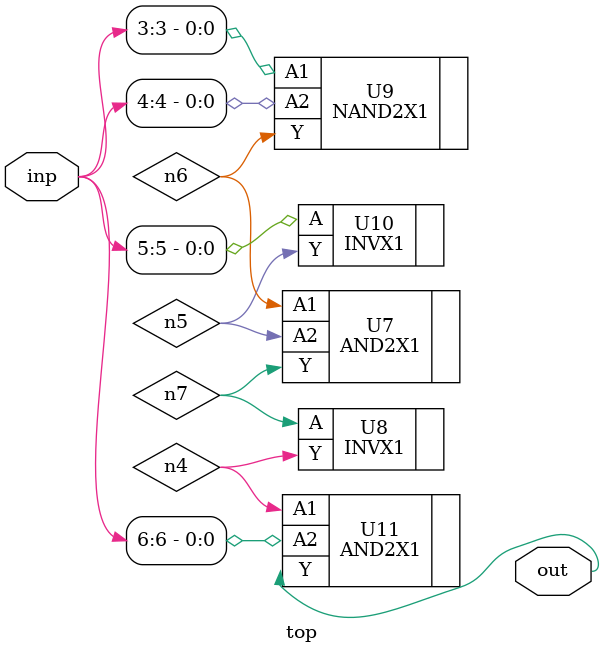
<source format=sv>


module top ( inp, out );
  input [6:0] inp;
  output out;
  wire   n4, n5, n6, n7;

  AND2X1 U7 ( .A1(n6), .A2(n5), .Y(n7) );
  INVX1 U8 ( .A(n7), .Y(n4) );
  NAND2X1 U9 ( .A1(inp[3]), .A2(inp[4]), .Y(n6) );
  INVX1 U10 ( .A(inp[5]), .Y(n5) );
  AND2X1 U11 ( .A1(n4), .A2(inp[6]), .Y(out) );
endmodule


</source>
